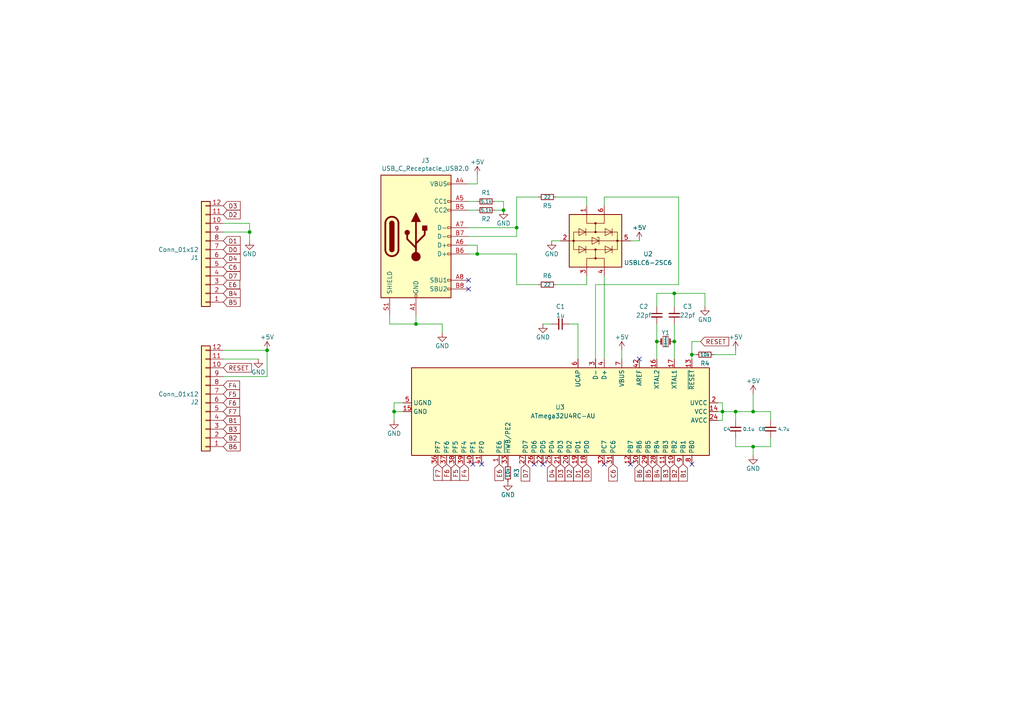
<source format=kicad_sch>
(kicad_sch (version 20230121) (generator eeschema)
  (paper "A4")
  (lib_symbols
    (symbol "Connector:USB_C_Receptacle_USB2.0" (pin_names (offset 1.016))
      (property "Reference" "J" (at -10.16 19.05 0))
      (property "Value" "USB_C_Receptacle_USB2.0" (at 19.05 19.05 0))
      (symbol "USB_C_Receptacle_USB2.0_0_0"
        (rectangle (start -0.254 -17.78) (end 0.254 -16.764))
        (rectangle (start 10.16 -14.986) (end 9.144 -15.494))
        (rectangle (start 10.16 -12.446) (end 9.144 -12.954))
        (rectangle (start 10.16 -4.826) (end 9.144 -5.334))
        (rectangle (start 10.16 -2.286) (end 9.144 -2.794))
        (rectangle (start 10.16 0.254) (end 9.144 -0.254))
        (rectangle (start 10.16 2.794) (end 9.144 2.286))
        (rectangle (start 10.16 7.874) (end 9.144 7.366))
        (rectangle (start 10.16 10.414) (end 9.144 9.906))
        (rectangle (start 10.16 15.494) (end 9.144 14.986))
      )
      (symbol "USB_C_Receptacle_USB2.0_0_1"
        (rectangle (start -10.16 17.78) (end 10.16 -17.78) (stroke (width 0.254)) (fill (type background)))
        (arc (start -8.89 -3.81) (mid -6.985 -5.7067) (end -5.08 -3.81) (stroke (width 0.508)))
        (arc (start -7.62 -3.81) (mid -6.985 -4.4423) (end -6.35 -3.81) (stroke (width 0.254)))
        (arc (start -7.62 -3.81) (mid -6.985 -4.4423) (end -6.35 -3.81) (stroke (width 0.254)) (fill (type outline)))
        (rectangle (start -7.62 -3.81) (end -6.35 3.81) (stroke (width 0.254)) (fill (type outline)))
        (arc (start -6.35 3.81) (mid -6.985 4.4423) (end -7.62 3.81) (stroke (width 0.254)))
        (arc (start -6.35 3.81) (mid -6.985 4.4423) (end -7.62 3.81) (stroke (width 0.254)) (fill (type outline)))
        (arc (start -5.08 3.81) (mid -6.985 5.7067) (end -8.89 3.81) (stroke (width 0.508)))
        (circle (center -2.54 1.143) (radius 0.635) (stroke (width 0.254)) (fill (type outline)))
        (circle (center 0 -5.842) (radius 1.27) (fill (type outline)))
        (polyline (pts (xy -8.89 -3.81) (xy -8.89 3.81)) (stroke (width 0.508)))
        (polyline (pts (xy -5.08 3.81) (xy -5.08 -3.81)) (stroke (width 0.508)))
        (polyline (pts (xy 0 -5.842) (xy 0 4.318)) (stroke (width 0.508)))
        (polyline (pts (xy 0 -3.302) (xy -2.54 -0.762) (xy -2.54 0.508)) (stroke (width 0.508)))
        (polyline (pts (xy 0 -2.032) (xy 2.54 0.508) (xy 2.54 1.778)) (stroke (width 0.508)))
        (polyline (pts (xy -1.27 4.318) (xy 0 6.858) (xy 1.27 4.318) (xy -1.27 4.318)) (stroke (width 0.254)) (fill (type outline)))
        (rectangle (start 1.905 1.778) (end 3.175 3.048) (stroke (width 0.254)) (fill (type outline)))
      )
      (symbol "USB_C_Receptacle_USB2.0_1_1"
        (pin passive line (at 0 -22.86 90) (length 5.08) (name "GND") (number "A1"))
        (pin passive line (at 0 -22.86 90) (length 5.08) hide (name "GND") (number "A12"))
        (pin passive line (at 15.24 15.24 180) (length 5.08) (name "VBUS") (number "A4"))
        (pin bidirectional line (at 15.24 10.16 180) (length 5.08) (name "CC1") (number "A5"))
        (pin bidirectional line (at 15.24 -2.54 180) (length 5.08) (name "D+") (number "A6"))
        (pin bidirectional line (at 15.24 2.54 180) (length 5.08) (name "D-") (number "A7"))
        (pin bidirectional line (at 15.24 -12.7 180) (length 5.08) (name "SBU1") (number "A8"))
        (pin passive line (at 15.24 15.24 180) (length 5.08) hide (name "VBUS") (number "A9"))
        (pin passive line (at 0 -22.86 90) (length 5.08) hide (name "GND") (number "B1"))
        (pin passive line (at 0 -22.86 90) (length 5.08) hide (name "GND") (number "B12"))
        (pin passive line (at 15.24 15.24 180) (length 5.08) hide (name "VBUS") (number "B4"))
        (pin bidirectional line (at 15.24 7.62 180) (length 5.08) (name "CC2") (number "B5"))
        (pin bidirectional line (at 15.24 -5.08 180) (length 5.08) (name "D+") (number "B6"))
        (pin bidirectional line (at 15.24 0 180) (length 5.08) (name "D-") (number "B7"))
        (pin bidirectional line (at 15.24 -15.24 180) (length 5.08) (name "SBU2") (number "B8"))
        (pin passive line (at 15.24 15.24 180) (length 5.08) hide (name "VBUS") (number "B9"))
        (pin passive line (at -7.62 -22.86 90) (length 5.08) (name "SHIELD") (number "S1"))
      )
    )
    (symbol "Connector_Generic:Conn_01x12" (pin_names (offset 1.016) hide)
      (property "Reference" "J" (at 0 15.24 0))
      (property "Value" "Conn_01x12" (at 0 -17.78 0))
      (symbol "Conn_01x12_1_1"
        (rectangle (start -1.27 -15.113) (end 0 -15.367) (stroke (width 0.1524)))
        (rectangle (start -1.27 -12.573) (end 0 -12.827) (stroke (width 0.1524)))
        (rectangle (start -1.27 -10.033) (end 0 -10.287) (stroke (width 0.1524)))
        (rectangle (start -1.27 -7.493) (end 0 -7.747) (stroke (width 0.1524)))
        (rectangle (start -1.27 -4.953) (end 0 -5.207) (stroke (width 0.1524)))
        (rectangle (start -1.27 -2.413) (end 0 -2.667) (stroke (width 0.1524)))
        (rectangle (start -1.27 0.127) (end 0 -0.127) (stroke (width 0.1524)))
        (rectangle (start -1.27 2.667) (end 0 2.413) (stroke (width 0.1524)))
        (rectangle (start -1.27 5.207) (end 0 4.953) (stroke (width 0.1524)))
        (rectangle (start -1.27 7.747) (end 0 7.493) (stroke (width 0.1524)))
        (rectangle (start -1.27 10.287) (end 0 10.033) (stroke (width 0.1524)))
        (rectangle (start -1.27 12.827) (end 0 12.573) (stroke (width 0.1524)))
        (rectangle (start -1.27 13.97) (end 1.27 -16.51) (stroke (width 0.254)) (fill (type background)))
        (pin passive line (at -5.08 12.7 0) (length 3.81) (name "Pin_1") (number "1"))
        (pin passive line (at -5.08 -10.16 0) (length 3.81) (name "Pin_10") (number "10"))
        (pin passive line (at -5.08 -12.7 0) (length 3.81) (name "Pin_11") (number "11"))
        (pin passive line (at -5.08 -15.24 0) (length 3.81) (name "Pin_12") (number "12"))
        (pin passive line (at -5.08 10.16 0) (length 3.81) (name "Pin_2") (number "2"))
        (pin passive line (at -5.08 7.62 0) (length 3.81) (name "Pin_3") (number "3"))
        (pin passive line (at -5.08 5.08 0) (length 3.81) (name "Pin_4") (number "4"))
        (pin passive line (at -5.08 2.54 0) (length 3.81) (name "Pin_5") (number "5"))
        (pin passive line (at -5.08 0 0) (length 3.81) (name "Pin_6") (number "6"))
        (pin passive line (at -5.08 -2.54 0) (length 3.81) (name "Pin_7") (number "7"))
        (pin passive line (at -5.08 -5.08 0) (length 3.81) (name "Pin_8") (number "8"))
        (pin passive line (at -5.08 -7.62 0) (length 3.81) (name "Pin_9") (number "9"))
      )
    )
    (symbol "Device:C_Small" (pin_numbers hide) (pin_names (offset 0.254) hide)
      (property "Reference" "C" (at 0.254 1.778 0))
      (property "Value" "C_Small" (at 0.254 -2.032 0))
      (symbol "C_Small_0_1"
        (polyline (pts (xy -1.524 -0.508) (xy 1.524 -0.508)) (stroke (width 0.3302)))
        (polyline (pts (xy -1.524 0.508) (xy 1.524 0.508)) (stroke (width 0.3048)))
      )
      (symbol "C_Small_1_1"
        (pin passive line (at 0 2.54 270) (length 2.032) (name "~") (number "1"))
        (pin passive line (at 0 -2.54 90) (length 2.032) (name "~") (number "2"))
      )
    )
    (symbol "Device:Crystal_Small" (pin_numbers hide) (pin_names (offset 1.016) hide)
      (property "Reference" "Y" (at 0 2.54 0))
      (property "Value" "Crystal_Small" (at 0 -2.54 0))
      (symbol "Crystal_Small_0_1"
        (rectangle (start -0.762 -1.524) (end 0.762 1.524))
        (polyline (pts (xy -1.27 -0.762) (xy -1.27 0.762)) (stroke (width 0.381)))
        (polyline (pts (xy 1.27 -0.762) (xy 1.27 0.762)) (stroke (width 0.381)))
      )
      (symbol "Crystal_Small_1_1"
        (pin passive line (at -2.54 0 0) (length 1.27) (name "1") (number "1"))
        (pin passive line (at 2.54 0 180) (length 1.27) (name "2") (number "2"))
      )
    )
    (symbol "Device:R_Small" (pin_numbers hide) (pin_names (offset 0.254) hide)
      (property "Reference" "R" (at 0.762 0.508 0))
      (property "Value" "R_Small" (at 0.762 -1.016 0))
      (symbol "R_Small_0_1"
        (rectangle (start -0.762 1.778) (end 0.762 -1.778) (stroke (width 0.2032)))
      )
      (symbol "R_Small_1_1"
        (pin passive line (at 0 2.54 270) (length 0.762) (name "~") (number "1"))
        (pin passive line (at 0 -2.54 90) (length 0.762) (name "~") (number "2"))
      )
    )
    (symbol "Power_Protection:USBLC6-2SC6" (pin_names hide)
      (property "Reference" "U" (at 2.54 8.89 0))
      (property "Value" "USBLC6-2SC6" (at 2.54 -8.89 0))
      (symbol "USBLC6-2SC6_0_1"
        (rectangle (start -7.62 -7.62) (end 7.62 7.62) (stroke (width 0.254)) (fill (type background)))
        (circle (center -5.08 0) (radius 0.254) (fill (type outline)))
        (circle (center -2.54 0) (radius 0.254) (fill (type outline)))
        (rectangle (start -2.54 6.35) (end 2.54 -6.35))
        (circle (center 0 -6.35) (radius 0.254) (fill (type outline)))
        (polyline (pts (xy -5.08 -2.54) (xy -7.62 -2.54)))
        (polyline (pts (xy -5.08 0) (xy -5.08 -2.54)))
        (polyline (pts (xy -5.08 2.54) (xy -7.62 2.54)))
        (polyline (pts (xy -1.524 -2.794) (xy -3.556 -2.794)))
        (polyline (pts (xy -1.524 4.826) (xy -3.556 4.826)))
        (polyline (pts (xy 0 -7.62) (xy 0 -6.35)))
        (polyline (pts (xy 0 -6.35) (xy 0 1.27)))
        (polyline (pts (xy 0 1.27) (xy 0 6.35)))
        (polyline (pts (xy 0 6.35) (xy 0 7.62)))
        (polyline (pts (xy 1.524 -2.794) (xy 3.556 -2.794)))
        (polyline (pts (xy 1.524 4.826) (xy 3.556 4.826)))
        (polyline (pts (xy 5.08 -2.54) (xy 7.62 -2.54)))
        (polyline (pts (xy 5.08 0) (xy 5.08 -2.54)))
        (polyline (pts (xy 5.08 2.54) (xy 7.62 2.54)))
        (polyline (pts (xy -2.54 0) (xy -5.08 0) (xy -5.08 2.54)))
        (polyline (pts (xy 2.54 0) (xy 5.08 0) (xy 5.08 2.54)))
        (polyline (pts (xy -3.556 -4.826) (xy -1.524 -4.826) (xy -2.54 -2.794) (xy -3.556 -4.826)))
        (polyline (pts (xy -3.556 2.794) (xy -1.524 2.794) (xy -2.54 4.826) (xy -3.556 2.794)))
        (polyline (pts (xy -1.016 -1.016) (xy 1.016 -1.016) (xy 0 1.016) (xy -1.016 -1.016)))
        (polyline (pts (xy 1.016 1.016) (xy 0.762 1.016) (xy -1.016 1.016) (xy -1.016 0.508)))
        (polyline (pts (xy 3.556 -4.826) (xy 1.524 -4.826) (xy 2.54 -2.794) (xy 3.556 -4.826)))
        (polyline (pts (xy 3.556 2.794) (xy 1.524 2.794) (xy 2.54 4.826) (xy 3.556 2.794)))
        (circle (center 0 6.35) (radius 0.254) (fill (type outline)))
        (circle (center 2.54 0) (radius 0.254) (fill (type outline)))
        (circle (center 5.08 0) (radius 0.254) (fill (type outline)))
      )
      (symbol "USBLC6-2SC6_1_1"
        (pin passive line (at -10.16 -2.54 0) (length 2.54) (name "I/O1") (number "1"))
        (pin passive line (at 0 -10.16 90) (length 2.54) (name "GND") (number "2"))
        (pin passive line (at 10.16 -2.54 180) (length 2.54) (name "I/O2") (number "3"))
        (pin passive line (at 10.16 2.54 180) (length 2.54) (name "I/O2") (number "4"))
        (pin passive line (at 0 10.16 270) (length 2.54) (name "VBUS") (number "5"))
        (pin passive line (at -10.16 2.54 0) (length 2.54) (name "I/O1") (number "6"))
      )
    )
    (symbol "microc-rescue:ATmega32U4RC-AU-MCU_Microchip_ATmega"
      (property "Reference" "U" (at -12.7 44.45 0))
      (property "Value" "MCU_Microchip_ATmega_ATmega32U4RC-AU" (at 2.54 -44.45 0))
      (symbol "ATmega32U4RC-AU-MCU_Microchip_ATmega_0_1"
        (rectangle (start -12.7 -43.18) (end 12.7 43.18) (stroke (width 0.254)) (fill (type background)))
      )
      (symbol "ATmega32U4RC-AU-MCU_Microchip_ATmega_1_1"
        (pin bidirectional line (at 15.24 -17.78 180) (length 2.54) (name "PE6") (number "1"))
        (pin bidirectional line (at 15.24 33.02 180) (length 2.54) (name "PB2") (number "10"))
        (pin bidirectional line (at 15.24 30.48 180) (length 2.54) (name "PB3") (number "11"))
        (pin bidirectional line (at 15.24 20.32 180) (length 2.54) (name "PB7") (number "12"))
        (pin input line (at -15.24 38.1 0) (length 2.54) (name "~{RESET}") (number "13"))
        (pin power_in line (at 0 45.72 270) (length 2.54) (name "VCC") (number "14"))
        (pin power_in line (at 0 -45.72 90) (length 2.54) (name "GND") (number "15"))
        (pin output line (at -15.24 27.94 0) (length 2.54) (name "XTAL2") (number "16"))
        (pin input line (at -15.24 33.02 0) (length 2.54) (name "XTAL1") (number "17"))
        (pin bidirectional line (at 15.24 7.62 180) (length 2.54) (name "PD0") (number "18"))
        (pin bidirectional line (at 15.24 5.08 180) (length 2.54) (name "PD1") (number "19"))
        (pin power_in line (at -2.54 45.72 270) (length 2.54) (name "UVCC") (number "2"))
        (pin bidirectional line (at 15.24 2.54 180) (length 2.54) (name "PD2") (number "20"))
        (pin bidirectional line (at 15.24 0 180) (length 2.54) (name "PD3") (number "21"))
        (pin bidirectional line (at 15.24 -5.08 180) (length 2.54) (name "PD5") (number "22"))
        (pin passive line (at 0 -45.72 90) (length 2.54) hide (name "GND") (number "23"))
        (pin power_in line (at 2.54 45.72 270) (length 2.54) (name "AVCC") (number "24"))
        (pin bidirectional line (at 15.24 -2.54 180) (length 2.54) (name "PD4") (number "25"))
        (pin bidirectional line (at 15.24 -7.62 180) (length 2.54) (name "PD6") (number "26"))
        (pin bidirectional line (at 15.24 -10.16 180) (length 2.54) (name "PD7") (number "27"))
        (pin bidirectional line (at 15.24 27.94 180) (length 2.54) (name "PB4") (number "28"))
        (pin bidirectional line (at 15.24 25.4 180) (length 2.54) (name "PB5") (number "29"))
        (pin bidirectional line (at -15.24 10.16 0) (length 2.54) (name "D-") (number "3"))
        (pin bidirectional line (at 15.24 22.86 180) (length 2.54) (name "PB6") (number "30"))
        (pin bidirectional line (at 15.24 15.24 180) (length 2.54) (name "PC6") (number "31"))
        (pin bidirectional line (at 15.24 12.7 180) (length 2.54) (name "PC7") (number "32"))
        (pin bidirectional line (at 15.24 -15.24 180) (length 2.54) (name "~{HWB}/PE2") (number "33"))
        (pin passive line (at 0 45.72 270) (length 2.54) hide (name "VCC") (number "34"))
        (pin passive line (at 0 -45.72 90) (length 2.54) hide (name "GND") (number "35"))
        (pin bidirectional line (at 15.24 -35.56 180) (length 2.54) (name "PF7") (number "36"))
        (pin bidirectional line (at 15.24 -33.02 180) (length 2.54) (name "PF6") (number "37"))
        (pin bidirectional line (at 15.24 -30.48 180) (length 2.54) (name "PF5") (number "38"))
        (pin bidirectional line (at 15.24 -27.94 180) (length 2.54) (name "PF4") (number "39"))
        (pin bidirectional line (at -15.24 12.7 0) (length 2.54) (name "D+") (number "4"))
        (pin bidirectional line (at 15.24 -25.4 180) (length 2.54) (name "PF1") (number "40"))
        (pin bidirectional line (at 15.24 -22.86 180) (length 2.54) (name "PF0") (number "41"))
        (pin passive line (at -15.24 22.86 0) (length 2.54) (name "AREF") (number "42"))
        (pin passive line (at 0 -45.72 90) (length 2.54) hide (name "GND") (number "43"))
        (pin passive line (at 2.54 45.72 270) (length 2.54) hide (name "AVCC") (number "44"))
        (pin passive line (at -2.54 -45.72 90) (length 2.54) (name "UGND") (number "5"))
        (pin passive line (at -15.24 5.08 0) (length 2.54) (name "UCAP") (number "6"))
        (pin input line (at -15.24 17.78 0) (length 2.54) (name "VBUS") (number "7"))
        (pin bidirectional line (at 15.24 38.1 180) (length 2.54) (name "PB0") (number "8"))
        (pin bidirectional line (at 15.24 35.56 180) (length 2.54) (name "PB1") (number "9"))
      )
    )
    (symbol "power:+5V" (power) (pin_names (offset 0))
      (property "Value" "+5V" (at 0 3.556 0))
      (symbol "+5V_0_1"
        (polyline (pts (xy -0.762 1.27) (xy 0 2.54)))
        (polyline (pts (xy 0 0) (xy 0 2.54)))
        (polyline (pts (xy 0 2.54) (xy 0.762 1.27)))
      )
      (symbol "+5V_1_1"
        (pin power_in line (at 0 0 90) (length 0) hide (name "+5V") (number "1"))
      )
    )
    (symbol "power:GND" (power) (pin_names (offset 0))
      (property "Value" "GND" (at 0 -3.81 0))
      (symbol "GND_0_1"
        (polyline (pts (xy 0 0) (xy 0 -1.27) (xy 1.27 -1.27) (xy 0 -2.54) (xy -1.27 -1.27) (xy 0 -1.27)))
      )
      (symbol "GND_1_1"
        (pin power_in line (at 0 0 270) (length 0) hide (name "GND") (number "1"))
      )
    )
  )
  (junction (at 72.39 67.31))
  (junction (at 200.66 102.87))
  (junction (at 218.44 129.54))
  (junction (at 195.58 99.06))
  (junction (at 213.36 119.38))
  (junction (at 138.43 73.66))
  (junction (at 209.55 119.38))
  (junction (at 114.3 119.38))
  (junction (at 190.5 99.06))
  (junction (at 77.47 101.6))
  (junction (at 146.05 60.96))
  (junction (at 195.58 85.09))
  (junction (at 218.44 119.38))
  (junction (at 120.65 93.98))
  (junction (at 149.86 66.04))
  (no_connect (at 154.94 134.62))
  (no_connect (at 139.7 134.62))
  (no_connect (at 135.89 81.28))
  (no_connect (at 175.26 134.62))
  (no_connect (at 157.48 134.62))
  (no_connect (at 135.89 83.82))
  (no_connect (at 200.66 134.62))
  (no_connect (at 137.16 134.62))
  (no_connect (at 182.88 134.62))
  (no_connect (at 185.42 104.14))
  (wire (pts (xy 135.89 58.42) (xy 138.43 58.42)))
  (wire (pts (xy 143.51 58.42) (xy 146.05 58.42)))
  (wire (pts (xy 200.66 102.87) (xy 201.93 102.87)))
  (wire (pts (xy 128.27 96.52) (xy 128.27 93.98)))
  (wire (pts (xy 116.84 119.38) (xy 114.3 119.38)))
  (wire (pts (xy 190.5 88.9) (xy 190.5 85.09)))
  (wire (pts (xy 208.28 121.92) (xy 209.55 121.92)))
  (wire (pts (xy 113.03 93.98) (xy 120.65 93.98)))
  (wire (pts (xy 138.43 73.66) (xy 135.89 73.66)))
  (wire (pts (xy 190.5 104.14) (xy 190.5 99.06)))
  (wire (pts (xy 161.29 82.55) (xy 170.18 82.55)))
  (wire (pts (xy 195.58 85.09) (xy 204.47 85.09)))
  (wire (pts (xy 200.66 99.06) (xy 203.2 99.06)))
  (wire (pts (xy 114.3 119.38) (xy 114.3 116.84)))
  (wire (pts (xy 209.55 116.84) (xy 209.55 119.38)))
  (wire (pts (xy 195.58 88.9) (xy 195.58 85.09)))
  (wire (pts (xy 120.65 93.98) (xy 120.65 91.44)))
  (wire (pts (xy 135.89 66.04) (xy 149.86 66.04)))
  (wire (pts (xy 218.44 129.54) (xy 223.52 129.54)))
  (wire (pts (xy 149.86 57.15) (xy 156.21 57.15)))
  (wire (pts (xy 209.55 119.38) (xy 213.36 119.38)))
  (wire (pts (xy 209.55 121.92) (xy 209.55 119.38)))
  (wire (pts (xy 135.89 68.58) (xy 149.86 68.58)))
  (wire (pts (xy 175.26 59.69) (xy 175.26 57.15)))
  (wire (pts (xy 149.86 73.66) (xy 149.86 82.55)))
  (wire (pts (xy 167.64 93.98) (xy 167.64 104.14)))
  (wire (pts (xy 114.3 121.92) (xy 114.3 119.38)))
  (wire (pts (xy 149.86 82.55) (xy 156.21 82.55)))
  (wire (pts (xy 146.05 60.96) (xy 146.05 58.42)))
  (wire (pts (xy 165.1 93.98) (xy 167.64 93.98)))
  (wire (pts (xy 208.28 116.84) (xy 209.55 116.84)))
  (wire (pts (xy 195.58 99.06) (xy 195.58 104.14)))
  (wire (pts (xy 135.89 71.12) (xy 138.43 71.12)))
  (wire (pts (xy 72.39 67.31) (xy 72.39 69.85)))
  (wire (pts (xy 200.66 104.14) (xy 200.66 102.87)))
  (wire (pts (xy 182.88 69.85) (xy 185.42 69.85)))
  (wire (pts (xy 170.18 82.55) (xy 170.18 80.01)))
  (wire (pts (xy 218.44 119.38) (xy 223.52 119.38)))
  (wire (pts (xy 138.43 73.66) (xy 149.86 73.66)))
  (wire (pts (xy 213.36 127) (xy 213.36 129.54)))
  (wire (pts (xy 135.89 60.96) (xy 138.43 60.96)))
  (wire (pts (xy 77.47 109.22) (xy 77.47 101.6)))
  (wire (pts (xy 213.36 129.54) (xy 218.44 129.54)))
  (wire (pts (xy 143.51 60.96) (xy 146.05 60.96)))
  (wire (pts (xy 196.85 57.15) (xy 196.85 82.55)))
  (wire (pts (xy 64.77 101.6) (xy 77.47 101.6)))
  (wire (pts (xy 74.93 104.14) (xy 64.77 104.14)))
  (wire (pts (xy 213.36 119.38) (xy 218.44 119.38)))
  (wire (pts (xy 128.27 93.98) (xy 120.65 93.98)))
  (wire (pts (xy 160.02 93.98) (xy 157.48 93.98)))
  (wire (pts (xy 64.77 109.22) (xy 77.47 109.22)))
  (wire (pts (xy 135.89 53.34) (xy 138.43 53.34)))
  (wire (pts (xy 138.43 53.34) (xy 138.43 50.8)))
  (wire (pts (xy 190.5 99.06) (xy 190.5 93.98)))
  (wire (pts (xy 172.72 82.55) (xy 196.85 82.55)))
  (wire (pts (xy 72.39 64.77) (xy 72.39 67.31)))
  (wire (pts (xy 208.28 119.38) (xy 209.55 119.38)))
  (wire (pts (xy 218.44 114.3) (xy 218.44 119.38)))
  (wire (pts (xy 161.29 57.15) (xy 170.18 57.15)))
  (wire (pts (xy 172.72 104.14) (xy 172.72 82.55)))
  (wire (pts (xy 170.18 57.15) (xy 170.18 59.69)))
  (wire (pts (xy 175.26 80.01) (xy 175.26 104.14)))
  (wire (pts (xy 138.43 71.12) (xy 138.43 73.66)))
  (wire (pts (xy 195.58 93.98) (xy 195.58 99.06)))
  (wire (pts (xy 64.77 67.31) (xy 72.39 67.31)))
  (wire (pts (xy 113.03 91.44) (xy 113.03 93.98)))
  (wire (pts (xy 162.56 69.85) (xy 160.02 69.85)))
  (wire (pts (xy 180.34 104.14) (xy 180.34 101.6)))
  (wire (pts (xy 204.47 85.09) (xy 204.47 88.9)))
  (wire (pts (xy 223.52 127) (xy 223.52 129.54)))
  (wire (pts (xy 218.44 132.08) (xy 218.44 129.54)))
  (wire (pts (xy 213.36 121.92) (xy 213.36 119.38)))
  (wire (pts (xy 64.77 64.77) (xy 72.39 64.77)))
  (wire (pts (xy 114.3 116.84) (xy 116.84 116.84)))
  (wire (pts (xy 175.26 57.15) (xy 196.85 57.15)))
  (wire (pts (xy 149.86 57.15) (xy 149.86 66.04)))
  (wire (pts (xy 213.36 102.87) (xy 213.36 101.6)))
  (wire (pts (xy 190.5 85.09) (xy 195.58 85.09)))
  (wire (pts (xy 207.01 102.87) (xy 213.36 102.87)))
  (wire (pts (xy 149.86 66.04) (xy 149.86 68.58)))
  (wire (pts (xy 223.52 119.38) (xy 223.52 121.92)))
  (wire (pts (xy 200.66 102.87) (xy 200.66 99.06)))
  (global_label "D0" (shape input) (at 64.77 72.39 0) (property "Intersheetrefs" "${INTERSHEET_REFS}" (effects hide)))
  (global_label "F4" (shape input) (at 64.77 111.76 0) (property "Intersheetrefs" "${INTERSHEET_REFS}" (effects hide)))
  (global_label "D1" (shape input) (at 167.64 134.62 270) (property "Intersheetrefs" "${INTERSHEET_REFS}" (effects hide)))
  (global_label "D2" (shape input) (at 165.1 134.62 270) (property "Intersheetrefs" "${INTERSHEET_REFS}" (effects hide)))
  (global_label "D3" (shape input) (at 64.77 59.69 0) (property "Intersheetrefs" "${INTERSHEET_REFS}" (effects hide)))
  (global_label "D7" (shape input) (at 152.4 134.62 270) (property "Intersheetrefs" "${INTERSHEET_REFS}" (effects hide)))
  (global_label "B4" (shape input) (at 190.5 134.62 270) (property "Intersheetrefs" "${INTERSHEET_REFS}" (effects hide)))
  (global_label "B2" (shape input) (at 64.77 127 0) (property "Intersheetrefs" "${INTERSHEET_REFS}" (effects hide)))
  (global_label "F4" (shape input) (at 134.62 134.62 270) (property "Intersheetrefs" "${INTERSHEET_REFS}" (effects hide)))
  (global_label "B3" (shape input) (at 64.77 124.46 0) (property "Intersheetrefs" "${INTERSHEET_REFS}" (effects hide)))
  (global_label "F6" (shape input) (at 64.77 116.84 0) (property "Intersheetrefs" "${INTERSHEET_REFS}" (effects hide)))
  (global_label "F5" (shape input) (at 132.08 134.62 270) (property "Intersheetrefs" "${INTERSHEET_REFS}" (effects hide)))
  (global_label "D4" (shape input) (at 64.77 74.93 0) (property "Intersheetrefs" "${INTERSHEET_REFS}" (effects hide)))
  (global_label "B5" (shape input) (at 187.96 134.62 270) (property "Intersheetrefs" "${INTERSHEET_REFS}" (effects hide)))
  (global_label "B1" (shape input) (at 64.77 121.92 0) (property "Intersheetrefs" "${INTERSHEET_REFS}" (effects hide)))
  (global_label "E6" (shape input) (at 64.77 82.55 0) (property "Intersheetrefs" "${INTERSHEET_REFS}" (effects hide)))
  (global_label "B3" (shape input) (at 193.04 134.62 270) (property "Intersheetrefs" "${INTERSHEET_REFS}" (effects hide)))
  (global_label "B6" (shape input) (at 185.42 134.62 270) (property "Intersheetrefs" "${INTERSHEET_REFS}" (effects hide)))
  (global_label "RESET" (shape input) (at 203.2 99.06 0) (property "Intersheetrefs" "${INTERSHEET_REFS}" (effects hide)))
  (global_label "D4" (shape input) (at 160.02 134.62 270) (property "Intersheetrefs" "${INTERSHEET_REFS}" (effects hide)))
  (global_label "B6" (shape input) (at 64.77 129.54 0) (property "Intersheetrefs" "${INTERSHEET_REFS}" (effects hide)))
  (global_label "B4" (shape input) (at 64.77 85.09 0) (property "Intersheetrefs" "${INTERSHEET_REFS}" (effects hide)))
  (global_label "C6" (shape input) (at 64.77 77.47 0) (property "Intersheetrefs" "${INTERSHEET_REFS}" (effects hide)))
  (global_label "F7" (shape input) (at 64.77 119.38 0) (property "Intersheetrefs" "${INTERSHEET_REFS}" (effects hide)))
  (global_label "B5" (shape input) (at 64.77 87.63 0) (property "Intersheetrefs" "${INTERSHEET_REFS}" (effects hide)))
  (global_label "E6" (shape input) (at 144.78 134.62 270) (property "Intersheetrefs" "${INTERSHEET_REFS}" (effects hide)))
  (global_label "B1" (shape input) (at 198.12 134.62 270) (property "Intersheetrefs" "${INTERSHEET_REFS}" (effects hide)))
  (global_label "D2" (shape input) (at 64.77 62.23 0) (property "Intersheetrefs" "${INTERSHEET_REFS}" (effects hide)))
  (global_label "B2" (shape input) (at 195.58 134.62 270) (property "Intersheetrefs" "${INTERSHEET_REFS}" (effects hide)))
  (global_label "D0" (shape input) (at 170.18 134.62 270) (property "Intersheetrefs" "${INTERSHEET_REFS}" (effects hide)))
  (global_label "C6" (shape input) (at 177.8 134.62 270) (property "Intersheetrefs" "${INTERSHEET_REFS}" (effects hide)))
  (global_label "D7" (shape input) (at 64.77 80.01 0) (property "Intersheetrefs" "${INTERSHEET_REFS}" (effects hide)))
  (global_label "F5" (shape input) (at 64.77 114.3 0) (property "Intersheetrefs" "${INTERSHEET_REFS}" (effects hide)))
  (global_label "RESET" (shape input) (at 64.77 106.68 0) (property "Intersheetrefs" "${INTERSHEET_REFS}" (effects hide)))
  (global_label "F6" (shape input) (at 129.54 134.62 270) (property "Intersheetrefs" "${INTERSHEET_REFS}" (effects hide)))
  (global_label "F7" (shape input) (at 127 134.62 270) (property "Intersheetrefs" "${INTERSHEET_REFS}" (effects hide)))
  (global_label "D3" (shape input) (at 162.56 134.62 270) (property "Intersheetrefs" "${INTERSHEET_REFS}" (effects hide)))
  (global_label "D1" (shape input) (at 64.77 69.85 0) (property "Intersheetrefs" "${INTERSHEET_REFS}" (effects hide)))
  (symbol (lib_id "Connector:USB_C_Receptacle_USB2.0") (at 120.65 68.58 0) (unit 1)
    (property "Reference" "J3" (at 123.3678 46.5582 0))
    (property "Value" "USB_C_Receptacle_USB2.0" (at 123.3678 48.8696 0))
    (property "Footprint" "kiboard:USB-C_16P_Midmount" (effects hide))
    (property "Datasheet" "https://www.usb.org/sites/default/files/documents/usb_type-c.zip" (effects hide))
  )
  (symbol (lib_id "Power_Protection:USBLC6-2SC6") (at 172.72 69.85 270) (unit 1)
    (property "Reference" "U2" (at 187.96 73.66 90))
    (property "Value" "USBLC6-2SC6" (at 187.96 76.2 90))
    (property "Footprint" "Package_TO_SOT_SMD:SOT-23-6" (effects hide))
    (property "Datasheet" "https://www.st.com/resource/en/datasheet/usblc6-2.pdf" (effects hide))
  )
  (symbol (lib_id "power:GND") (at 160.02 69.85 0) (unit 1)
    (property "Reference" "#PWR0101" (effects hide))
    (property "Value" "GND" (at 160.02 73.66 0))
  )
  (symbol (lib_id "microc-rescue:ATmega32U4RC-AU-MCU_Microchip_ATmega") (at 162.56 119.38 270) (unit 1)
    (property "Reference" "U3" (at 163.83 118.11 90) (effects (justify right)))
    (property "Value" "ATmega32U4RC-AU" (at 172.72 120.65 90) (effects (justify right)))
    (property "Footprint" "Package_QFP:TQFP-44_10x10mm_P0.8mm" (effects hide))
    (property "Datasheet" "http://ww1.microchip.com/downloads/en/DeviceDoc/Atmel-7766-8-bit-AVR-ATmega16U4-32U4_Datasheet.pdf" (effects hide))
  )
  (symbol (lib_id "Device:Crystal_Small") (at 193.04 99.06 0) (unit 1)
    (property "Reference" "Y1" (at 193.04 96.52 0))
    (property "Value" "16mhz" (at 193.04 99.06 90) (effects (font (size 0.6096 0.6096))))
    (property "Footprint" "Crystal:Crystal_SMD_5032-2Pin_5.0x3.2mm_HandSoldering" (effects hide))
  )
  (symbol (lib_id "Device:C_Small") (at 195.58 91.44 180) (unit 1)
    (property "Reference" "C3" (at 199.39 88.9 0))
    (property "Value" "22pf" (at 199.39 91.44 0))
    (property "Footprint" "Capacitor_SMD:C_0603_1608Metric" (effects hide))
  )
  (symbol (lib_id "Device:C_Small") (at 190.5 91.44 0) (unit 1)
    (property "Reference" "C2" (at 186.69 88.9 0))
    (property "Value" "22pf" (at 186.69 91.44 0))
    (property "Footprint" "Capacitor_SMD:C_0603_1608Metric" (effects hide))
  )
  (symbol (lib_id "power:GND") (at 204.47 88.9 0) (unit 1)
    (property "Reference" "#PWR0111" (effects hide))
    (property "Value" "GND" (at 204.47 92.71 0))
  )
  (symbol (lib_id "Device:R_Small") (at 140.97 60.96 270) (unit 1)
    (property "Reference" "R2" (at 140.97 63.5 90))
    (property "Value" "5.1k" (at 140.97 60.96 90) (effects (font (size 0.9906 0.9906))))
    (property "Footprint" "Resistor_SMD:R_0603_1608Metric" (effects hide))
  )
  (symbol (lib_id "power:GND") (at 218.44 132.08 0) (unit 1)
    (property "Reference" "#PWR0116" (effects hide))
    (property "Value" "GND" (at 218.44 135.89 0))
  )
  (symbol (lib_id "power:GND") (at 74.93 104.14 0) (unit 1)
    (property "Reference" "#PWR0103" (effects hide))
    (property "Value" "GND" (at 74.93 107.95 0))
  )
  (symbol (lib_id "Connector_Generic:Conn_01x12") (at 59.69 74.93 180) (unit 1)
    (property "Reference" "J1" (at 57.658 74.7268 0) (effects (justify left)))
    (property "Value" "Conn_01x12" (at 57.658 72.4154 0) (effects (justify left)))
    (property "Footprint" "Connector_PinSocket_2.54mm:PinSocket_1x12_P2.54mm_Vertical" (effects hide))
  )
  (symbol (lib_id "Device:R_Small") (at 140.97 58.42 270) (unit 1)
    (property "Reference" "R1" (at 140.97 55.88 90))
    (property "Value" "5.1k" (at 140.97 58.42 90) (effects (font (size 0.9906 0.9906))))
    (property "Footprint" "Resistor_SMD:R_0603_1608Metric" (effects hide))
  )
  (symbol (lib_id "Device:C_Small") (at 162.56 93.98 270) (unit 1)
    (property "Reference" "C1" (at 162.56 88.9 90))
    (property "Value" "1u" (at 162.56 91.44 90))
    (property "Footprint" "Capacitor_SMD:C_0603_1608Metric" (effects hide))
  )
  (symbol (lib_id "power:GND") (at 157.48 93.98 0) (unit 1)
    (property "Reference" "#PWR0104" (effects hide))
    (property "Value" "GND" (at 157.48 97.79 0))
  )
  (symbol (lib_id "power:GND") (at 128.27 96.52 0) (unit 1)
    (property "Reference" "#PWR0105" (effects hide))
    (property "Value" "GND" (at 128.27 100.33 0))
  )
  (symbol (lib_id "power:+5V") (at 138.43 50.8 0) (unit 1)
    (property "Reference" "#PWR0107" (effects hide))
    (property "Value" "+5V" (at 138.43 46.99 0))
  )
  (symbol (lib_id "power:+5V") (at 185.42 69.85 0) (unit 1)
    (property "Reference" "#PWR0108" (effects hide))
    (property "Value" "+5V" (at 185.42 66.04 0))
  )
  (symbol (lib_id "power:+5V") (at 77.47 101.6 0) (unit 1)
    (property "Reference" "#PWR0109" (effects hide))
    (property "Value" "+5V" (at 77.47 97.79 0))
  )
  (symbol (lib_id "power:GND") (at 114.3 121.92 0) (unit 1)
    (property "Reference" "#PWR0110" (effects hide))
    (property "Value" "GND" (at 114.3 125.73 0))
  )
  (symbol (lib_id "Device:C_Small") (at 213.36 124.46 180) (unit 1)
    (property "Reference" "C4" (at 210.82 124.46 0) (effects (font (size 0.9906 0.9906))))
    (property "Value" "0.1u" (at 217.17 124.46 0) (effects (font (size 0.9906 0.9906))))
    (property "Footprint" "Capacitor_SMD:C_0603_1608Metric" (effects hide))
  )
  (symbol (lib_id "Device:C_Small") (at 223.52 124.46 180) (unit 1)
    (property "Reference" "C8" (at 220.98 124.46 0) (effects (font (size 0.9906 0.9906))))
    (property "Value" "4.7u" (at 227.33 124.46 0) (effects (font (size 0.9906 0.9906))))
    (property "Footprint" "Capacitor_SMD:C_0603_1608Metric" (effects hide))
  )
  (symbol (lib_id "power:GND") (at 146.05 60.96 0) (unit 1)
    (property "Reference" "#PWR?" (effects hide))
    (property "Value" "GND" (at 146.05 64.77 0))
  )
  (symbol (lib_id "Connector_Generic:Conn_01x12") (at 59.69 116.84 180) (unit 1)
    (property "Reference" "J2" (at 57.658 116.6368 0) (effects (justify left)))
    (property "Value" "Conn_01x12" (at 57.658 114.3254 0) (effects (justify left)))
    (property "Footprint" "Connector_PinSocket_2.54mm:PinSocket_1x12_P2.54mm_Vertical" (effects hide))
  )
  (symbol (lib_id "Device:R_Small") (at 147.32 137.16 180) (unit 1)
    (property "Reference" "R3" (at 149.86 137.16 90))
    (property "Value" "10k" (at 147.32 137.16 90) (effects (font (size 0.9906 0.9906))))
    (property "Footprint" "Resistor_SMD:R_0603_1608Metric" (effects hide))
  )
  (symbol (lib_id "power:GND") (at 147.32 139.7 0) (unit 1)
    (property "Reference" "#PWR0112" (effects hide))
    (property "Value" "GND" (at 147.32 143.51 0))
  )
  (symbol (lib_id "power:GND") (at 72.39 69.85 0) (unit 1)
    (property "Reference" "#PWR0113" (effects hide))
    (property "Value" "GND" (at 72.39 73.66 0))
  )
  (symbol (lib_id "power:+5V") (at 180.34 101.6 0) (unit 1)
    (property "Reference" "#PWR0114" (effects hide))
    (property "Value" "+5V" (at 180.34 97.79 0))
  )
  (symbol (lib_id "Device:R_Small") (at 204.47 102.87 90) (unit 1)
    (property "Reference" "R4" (at 204.47 105.41 90))
    (property "Value" "10k" (at 204.47 102.87 90) (effects (font (size 0.9906 0.9906))))
    (property "Footprint" "Resistor_SMD:R_0603_1608Metric" (effects hide))
  )
  (symbol (lib_id "power:+5V") (at 213.36 101.6 0) (unit 1)
    (property "Reference" "#PWR0115" (effects hide))
    (property "Value" "+5V" (at 213.36 97.79 0))
  )
  (symbol (lib_id "Device:R_Small") (at 158.75 57.15 270) (unit 1)
    (property "Reference" "R5" (at 158.75 59.69 90))
    (property "Value" "22" (at 158.75 57.15 90) (effects (font (size 0.9906 0.9906))))
    (property "Footprint" "Resistor_SMD:R_0603_1608Metric" (effects hide))
  )
  (symbol (lib_id "Device:R_Small") (at 158.75 82.55 90) (unit 1)
    (property "Reference" "R6" (at 158.75 80.01 90))
    (property "Value" "22" (at 158.75 82.55 90) (effects (font (size 0.9906 0.9906))))
    (property "Footprint" "Resistor_SMD:R_0603_1608Metric" (effects hide))
  )
  (symbol (lib_id "power:+5V") (at 218.44 114.3 0) (unit 1)
    (property "Reference" "#PWR0106" (effects hide))
    (property "Value" "+5V" (at 218.44 110.49 0))
  )
)
</source>
